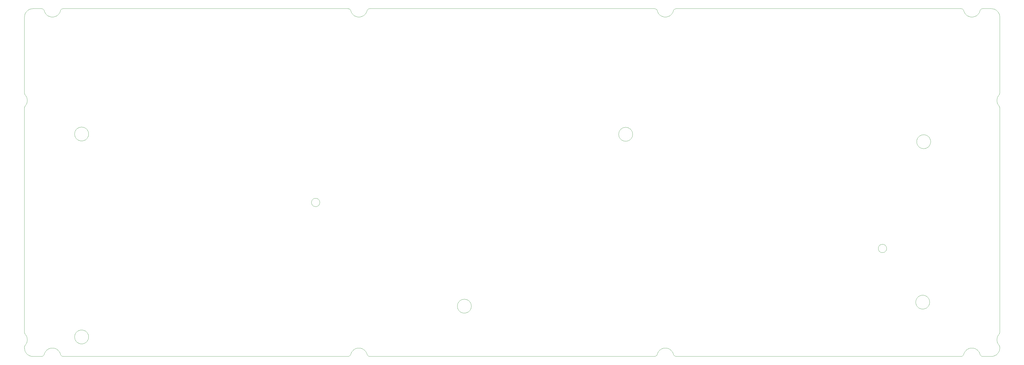
<source format=gm1>
G04*
G04 #@! TF.GenerationSoftware,Altium Limited,Altium Designer,23.6.0 (18)*
G04*
G04 Layer_Color=16711935*
%FSLAX25Y25*%
%MOIN*%
G70*
G04*
G04 #@! TF.SameCoordinates,641307AF-980C-49FC-99E6-95A709EC4BFD*
G04*
G04*
G04 #@! TF.FilePolarity,Positive*
G04*
G01*
G75*
%ADD88C,0.00050*%
D88*
X-117569Y-290207D02*
X-117654Y-289209D01*
X-117906Y-288239D01*
X-118319Y-287327D01*
X-118880Y-286497D01*
X-119573Y-285774D01*
X-120378Y-285178D01*
X-121273Y-284727D01*
X-122230Y-284434D01*
X-123224Y-284307D01*
X-124224Y-284349D01*
X-125204Y-284560D01*
X-126133Y-284933D01*
X-126986Y-285459D01*
X-127738Y-286120D01*
X-128367Y-286900D01*
X-128856Y-287774D01*
X-129189Y-288719D01*
X-129359Y-289706D01*
Y-290707D01*
X-129189Y-291695D01*
X-128856Y-292639D01*
X-128367Y-293514D01*
X-127738Y-294293D01*
X-126986Y-294955D01*
X-126133Y-295480D01*
X-125204Y-295853D01*
X-124224Y-296064D01*
X-123224Y-296107D01*
X-122230Y-295980D01*
X-121273Y-295686D01*
X-120378Y-295235D01*
X-119573Y-294640D01*
X-118880Y-293917D01*
X-118319Y-293087D01*
X-117906Y-292174D01*
X-117654Y-291205D01*
X-117569Y-290207D01*
X-918652Y-225049D02*
X-918736Y-224051D01*
X-918989Y-223082D01*
X-919401Y-222169D01*
X-919962Y-221339D01*
X-920656Y-220616D01*
X-921461Y-220021D01*
X-922355Y-219569D01*
X-923313Y-219276D01*
X-924306Y-219149D01*
X-925307Y-219192D01*
X-926286Y-219403D01*
X-927216Y-219776D01*
X-928069Y-220301D01*
X-928821Y-220963D01*
X-929450Y-221742D01*
X-929938Y-222617D01*
X-930272Y-223561D01*
X-930441Y-224548D01*
Y-225550D01*
X-930272Y-226537D01*
X-929938Y-227482D01*
X-929450Y-228356D01*
X-928821Y-229135D01*
X-928069Y-229797D01*
X-927216Y-230322D01*
X-926286Y-230696D01*
X-925307Y-230907D01*
X-924306Y-230949D01*
X-923313Y-230822D01*
X-922355Y-230529D01*
X-921461Y-230078D01*
X-920656Y-229482D01*
X-919962Y-228759D01*
X-919401Y-227929D01*
X-918989Y-227017D01*
X-918736Y-226047D01*
X-918652Y-225049D01*
X-56717Y-366191D02*
X-56768Y-365195D01*
X-56919Y-364210D01*
X-57169Y-363245D01*
X-57515Y-362310D01*
X-57954Y-361414D01*
X-58482Y-360568D01*
X-59092Y-359780D01*
X-59779Y-359057D01*
X-60535Y-358408D01*
X-61354Y-357838D01*
X-62226Y-357354D01*
X-63142Y-356961D01*
X-64093Y-356663D01*
X-65070Y-356462D01*
X-66062Y-356361D01*
X-67059D01*
X-68050Y-356462D01*
X-69027Y-356663D01*
X-69978Y-356961D01*
X-70895Y-357354D01*
X-71766Y-357838D01*
X-72585Y-358408D01*
X-73341Y-359057D01*
X-74028Y-359780D01*
X-74638Y-360568D01*
X-75166Y-361414D01*
X-75605Y-362310D01*
X-75951Y-363245D01*
X-76201Y-364210D01*
X-76352Y-365195D01*
X-76403Y-366191D01*
X-76352Y-367187D01*
X-76201Y-368172D01*
X-75951Y-369137D01*
X-75605Y-370072D01*
X-75166Y-370968D01*
X-74638Y-371814D01*
X-74028Y-372602D01*
X-73341Y-373325D01*
X-72585Y-373974D01*
X-71766Y-374544D01*
X-70895Y-375028D01*
X-69978Y-375421D01*
X-69027Y-375719D01*
X-68050Y-375920D01*
X-67058Y-376021D01*
X-66062D01*
X-65070Y-375920D01*
X-64093Y-375719D01*
X-63142Y-375421D01*
X-62225Y-375028D01*
X-61354Y-374544D01*
X-60535Y-373974D01*
X-59779Y-373325D01*
X-59092Y-372602D01*
X-58482Y-371814D01*
X-57954Y-370968D01*
X-57515Y-370072D01*
X-57169Y-369137D01*
X-56919Y-368172D01*
X-56768Y-367187D01*
X-56717Y-366191D01*
X-55315Y-139026D02*
X-55366Y-138030D01*
X-55516Y-137044D01*
X-55766Y-136079D01*
X-56113Y-135144D01*
X-56552Y-134249D01*
X-57079Y-133403D01*
X-57689Y-132614D01*
X-58376Y-131892D01*
X-59133Y-131242D01*
X-59951Y-130673D01*
X-60823Y-130189D01*
X-61739Y-129796D01*
X-62690Y-129497D01*
X-63667Y-129297D01*
X-64659Y-129196D01*
X-65656D01*
X-66648Y-129297D01*
X-67624Y-129497D01*
X-68576Y-129796D01*
X-69492Y-130189D01*
X-70364Y-130673D01*
X-71182Y-131242D01*
X-71939Y-131892D01*
X-72626Y-132614D01*
X-73236Y-133403D01*
X-73763Y-134249D01*
X-74202Y-135144D01*
X-74549Y-136079D01*
X-74799Y-137044D01*
X-74950Y-138030D01*
X-75000Y-139026D01*
X-74950Y-140021D01*
X-74799Y-141007D01*
X-74549Y-141972D01*
X-74202Y-142907D01*
X-73763Y-143802D01*
X-73236Y-144648D01*
X-72626Y-145437D01*
X-71939Y-146159D01*
X-71182Y-146809D01*
X-70364Y-147378D01*
X-69492Y-147862D01*
X-68576Y-148255D01*
X-67624Y-148554D01*
X-66648Y-148755D01*
X-65656Y-148855D01*
X-64659D01*
X-63667Y-148755D01*
X-62690Y-148554D01*
X-61739Y-148255D01*
X-60823Y-147862D01*
X-59951Y-147378D01*
X-59133Y-146809D01*
X-58376Y-146159D01*
X-57689Y-145437D01*
X-57079Y-144648D01*
X-56552Y-143802D01*
X-56113Y-142907D01*
X-55766Y-141972D01*
X-55516Y-141007D01*
X-55366Y-140021D01*
X-55315Y-139026D01*
X-1245522Y-128199D02*
X-1245572Y-127203D01*
X-1245723Y-126217D01*
X-1245973Y-125252D01*
X-1246319Y-124317D01*
X-1246758Y-123422D01*
X-1247286Y-122576D01*
X-1247896Y-121788D01*
X-1248583Y-121065D01*
X-1249339Y-120416D01*
X-1250158Y-119846D01*
X-1251030Y-119362D01*
X-1251946Y-118969D01*
X-1252897Y-118670D01*
X-1253874Y-118470D01*
X-1254866Y-118369D01*
X-1255863D01*
X-1256855Y-118470D01*
X-1257831Y-118670D01*
X-1258782Y-118969D01*
X-1259699Y-119362D01*
X-1260571Y-119846D01*
X-1261389Y-120416D01*
X-1262145Y-121065D01*
X-1262832Y-121788D01*
X-1263443Y-122576D01*
X-1263970Y-123422D01*
X-1264409Y-124317D01*
X-1264755Y-125252D01*
X-1265005Y-126217D01*
X-1265156Y-127203D01*
X-1265207Y-128199D01*
X-1265156Y-129195D01*
X-1265005Y-130180D01*
X-1264755Y-131145D01*
X-1264409Y-132080D01*
X-1263970Y-132975D01*
X-1263443Y-133822D01*
X-1262832Y-134610D01*
X-1262145Y-135333D01*
X-1261389Y-135982D01*
X-1260571Y-136552D01*
X-1259699Y-137036D01*
X-1258782Y-137429D01*
X-1257831Y-137727D01*
X-1256855Y-137928D01*
X-1255863Y-138029D01*
X-1254866D01*
X-1253874Y-137928D01*
X-1252897Y-137727D01*
X-1251946Y-137429D01*
X-1251030Y-137036D01*
X-1250158Y-136552D01*
X-1249339Y-135982D01*
X-1248583Y-135333D01*
X-1247896Y-134610D01*
X-1247286Y-133821D01*
X-1246758Y-132975D01*
X-1246319Y-132080D01*
X-1245973Y-131145D01*
X-1245723Y-130180D01*
X-1245572Y-129194D01*
X-1245522Y-128199D01*
Y-415404D02*
X-1245572Y-414408D01*
X-1245723Y-413422D01*
X-1245973Y-412457D01*
X-1246319Y-411522D01*
X-1246758Y-410627D01*
X-1247286Y-409781D01*
X-1247896Y-408992D01*
X-1248583Y-408270D01*
X-1249339Y-407620D01*
X-1250158Y-407051D01*
X-1251030Y-406567D01*
X-1251946Y-406174D01*
X-1252897Y-405875D01*
X-1253874Y-405675D01*
X-1254866Y-405574D01*
X-1255863D01*
X-1256855Y-405675D01*
X-1257831Y-405875D01*
X-1258782Y-406174D01*
X-1259699Y-406567D01*
X-1260571Y-407051D01*
X-1261389Y-407620D01*
X-1262145Y-408270D01*
X-1262832Y-408992D01*
X-1263443Y-409781D01*
X-1263970Y-410627D01*
X-1264409Y-411522D01*
X-1264755Y-412457D01*
X-1265005Y-413422D01*
X-1265156Y-414408D01*
X-1265207Y-415404D01*
X-1265156Y-416399D01*
X-1265005Y-417385D01*
X-1264755Y-418350D01*
X-1264409Y-419285D01*
X-1263970Y-420180D01*
X-1263443Y-421026D01*
X-1262832Y-421815D01*
X-1262145Y-422537D01*
X-1261389Y-423187D01*
X-1260571Y-423756D01*
X-1259699Y-424240D01*
X-1258782Y-424633D01*
X-1257831Y-424932D01*
X-1256855Y-425133D01*
X-1255863Y-425233D01*
X-1254866D01*
X-1253874Y-425133D01*
X-1252897Y-424932D01*
X-1251946Y-424633D01*
X-1251030Y-424240D01*
X-1250158Y-423756D01*
X-1249339Y-423187D01*
X-1248583Y-422537D01*
X-1247896Y-421815D01*
X-1247286Y-421026D01*
X-1246758Y-420180D01*
X-1246319Y-419285D01*
X-1245973Y-418350D01*
X-1245723Y-417385D01*
X-1245572Y-416399D01*
X-1245522Y-415404D01*
X-476575Y-128593D02*
X-476625Y-127597D01*
X-476776Y-126611D01*
X-477026Y-125646D01*
X-477373Y-124711D01*
X-477811Y-123816D01*
X-478339Y-122970D01*
X-478949Y-122181D01*
X-479636Y-121459D01*
X-480393Y-120809D01*
X-481211Y-120240D01*
X-482083Y-119756D01*
X-482999Y-119363D01*
X-483950Y-119064D01*
X-484927Y-118863D01*
X-485919Y-118763D01*
X-486916D01*
X-487908Y-118863D01*
X-488884Y-119064D01*
X-489836Y-119363D01*
X-490752Y-119756D01*
X-491624Y-120240D01*
X-492442Y-120809D01*
X-493198Y-121459D01*
X-493885Y-122181D01*
X-494496Y-122970D01*
X-495023Y-123816D01*
X-495462Y-124711D01*
X-495809Y-125646D01*
X-496058Y-126611D01*
X-496209Y-127597D01*
X-496260Y-128593D01*
X-496209Y-129588D01*
X-496058Y-130574D01*
X-495808Y-131539D01*
X-495462Y-132474D01*
X-495023Y-133369D01*
X-494496Y-134215D01*
X-493885Y-135004D01*
X-493198Y-135726D01*
X-492442Y-136376D01*
X-491624Y-136945D01*
X-490752Y-137429D01*
X-489836Y-137822D01*
X-488884Y-138121D01*
X-487908Y-138321D01*
X-486916Y-138422D01*
X-485919D01*
X-484927Y-138321D01*
X-483950Y-138121D01*
X-482999Y-137822D01*
X-482083Y-137429D01*
X-481211Y-136945D01*
X-480393Y-136376D01*
X-479636Y-135726D01*
X-478949Y-135004D01*
X-478339Y-134215D01*
X-477811Y-133369D01*
X-477373Y-132474D01*
X-477026Y-131539D01*
X-476776Y-130574D01*
X-476625Y-129588D01*
X-476575Y-128593D01*
X-704577Y-371900D02*
X-704627Y-370904D01*
X-704778Y-369918D01*
X-705028Y-368953D01*
X-705374Y-368018D01*
X-705814Y-367123D01*
X-706341Y-366277D01*
X-706951Y-365489D01*
X-707638Y-364766D01*
X-708395Y-364116D01*
X-709213Y-363547D01*
X-710085Y-363063D01*
X-711001Y-362670D01*
X-711952Y-362371D01*
X-712929Y-362171D01*
X-713921Y-362070D01*
X-714918D01*
X-715910Y-362171D01*
X-716886Y-362371D01*
X-717838Y-362670D01*
X-718754Y-363063D01*
X-719626Y-363547D01*
X-720444Y-364116D01*
X-721201Y-364766D01*
X-721887Y-365489D01*
X-722498Y-366277D01*
X-723025Y-367123D01*
X-723464Y-368018D01*
X-723810Y-368953D01*
X-724060Y-369918D01*
X-724211Y-370904D01*
X-724262Y-371900D01*
X-724211Y-372895D01*
X-724060Y-373881D01*
X-723810Y-374846D01*
X-723464Y-375781D01*
X-723025Y-376676D01*
X-722498Y-377522D01*
X-721887Y-378311D01*
X-721201Y-379033D01*
X-720444Y-379683D01*
X-719626Y-380252D01*
X-718754Y-380736D01*
X-717838Y-381130D01*
X-716886Y-381428D01*
X-715910Y-381629D01*
X-714918Y-381730D01*
X-713921D01*
X-712929Y-381629D01*
X-711952Y-381428D01*
X-711001Y-381129D01*
X-710085Y-380736D01*
X-709213Y-380252D01*
X-708395Y-379683D01*
X-707638Y-379033D01*
X-706951Y-378311D01*
X-706341Y-377522D01*
X-705814Y-376676D01*
X-705374Y-375781D01*
X-705028Y-374846D01*
X-704778Y-373881D01*
X-704627Y-372895D01*
X-704577Y-371900D01*
X-1336073Y-70292D02*
X-1335959Y-71232D01*
X-1335625Y-72117D01*
X-1335089Y-72896D01*
Y-88521D02*
X-1334457Y-87740D01*
X-1333894Y-86909D01*
X-1333404Y-86033D01*
X-1332990Y-85118D01*
X-1332655Y-84172D01*
X-1332402Y-83200D01*
X-1332232Y-82211D01*
X-1332146Y-81211D01*
Y-80207D01*
X-1332232Y-79206D01*
X-1332402Y-78217D01*
X-1332655Y-77245D01*
X-1332990Y-76299D01*
X-1333404Y-75384D01*
X-1333894Y-74508D01*
X-1334457Y-73677D01*
X-1335089Y-72896D01*
Y-88521D02*
X-1335625Y-89301D01*
X-1335959Y-90186D01*
X-1336073Y-91125D01*
Y-408924D02*
X-1335959Y-409864D01*
X-1335625Y-410749D01*
X-1335089Y-411528D01*
Y-427153D02*
X-1334457Y-426372D01*
X-1333894Y-425541D01*
X-1333404Y-424665D01*
X-1332990Y-423750D01*
X-1332655Y-422804D01*
X-1332402Y-421832D01*
X-1332232Y-420843D01*
X-1332146Y-419842D01*
Y-418839D01*
X-1332232Y-417838D01*
X-1332402Y-416849D01*
X-1332655Y-415877D01*
X-1332990Y-414931D01*
X-1333404Y-414016D01*
X-1333894Y-413140D01*
X-1334457Y-412309D01*
X-1335089Y-411528D01*
Y-427153D02*
X-1335625Y-427933D01*
X-1335959Y-428818D01*
X-1336073Y-429757D01*
Y-431152D02*
X-1336032Y-432127D01*
X-1335912Y-433096D01*
X-1335711Y-434051D01*
X-1335433Y-434987D01*
X-1335078Y-435896D01*
X-1334649Y-436773D01*
X-1334150Y-437612D01*
X-1333582Y-438406D01*
X-1332952Y-439151D01*
X-1332261Y-439841D01*
X-1331516Y-440472D01*
X-1330722Y-441039D01*
X-1329883Y-441539D01*
X-1329006Y-441968D01*
X-1328097Y-442323D01*
X-1327161Y-442601D01*
X-1326206Y-442802D01*
X-1325237Y-442922D01*
X-1324262Y-442963D01*
X-1311951Y-442963D02*
X-1310925Y-442827D01*
X-1309970Y-442428D01*
X-1309152Y-441794D01*
X-1308527Y-440969D01*
X-1308139Y-440010D01*
X-1285267D02*
X-1285559Y-439049D01*
X-1285932Y-438117D01*
X-1286382Y-437219D01*
X-1286907Y-436364D01*
X-1287503Y-435555D01*
X-1288165Y-434801D01*
X-1288890Y-434105D01*
X-1289670Y-433473D01*
X-1290501Y-432910D01*
X-1291378Y-432420D01*
X-1292292Y-432006D01*
X-1293239Y-431671D01*
X-1294211Y-431418D01*
X-1295200Y-431248D01*
X-1296201Y-431162D01*
X-1297205D01*
X-1298205Y-431248D01*
X-1299195Y-431418D01*
X-1300167Y-431671D01*
X-1301113Y-432006D01*
X-1302028Y-432420D01*
X-1302904Y-432910D01*
X-1303735Y-433473D01*
X-1304516Y-434105D01*
X-1305240Y-434801D01*
X-1305902Y-435555D01*
X-1306498Y-436364D01*
X-1307023Y-437219D01*
X-1307474Y-438117D01*
X-1307847Y-439049D01*
X-1308139Y-440010D01*
X-1285267Y-440010D02*
X-1284879Y-440969D01*
X-1284254Y-441794D01*
X-1283436Y-442428D01*
X-1282481Y-442827D01*
X-1281455Y-442963D01*
X-878734D02*
X-877708Y-442827D01*
X-876753Y-442428D01*
X-875934Y-441794D01*
X-875310Y-440969D01*
X-874922Y-440010D01*
X-852050D02*
X-852342Y-439049D01*
X-852714Y-438117D01*
X-853165Y-437219D01*
X-853690Y-436364D01*
X-854286Y-435555D01*
X-854948Y-434801D01*
X-855672Y-434105D01*
X-856453Y-433473D01*
X-857284Y-432910D01*
X-858160Y-432420D01*
X-859075Y-432006D01*
X-860022Y-431671D01*
X-860993Y-431418D01*
X-861983Y-431248D01*
X-862984Y-431162D01*
X-863988D01*
X-864988Y-431248D01*
X-865978Y-431418D01*
X-866949Y-431671D01*
X-867896Y-432006D01*
X-868811Y-432420D01*
X-869687Y-432910D01*
X-870518Y-433473D01*
X-871299Y-434105D01*
X-872023Y-434801D01*
X-872685Y-435555D01*
X-873281Y-436364D01*
X-873806Y-437219D01*
X-874257Y-438117D01*
X-874629Y-439049D01*
X-874922Y-440010D01*
X-852050Y-440010D02*
X-851661Y-440969D01*
X-851037Y-441794D01*
X-850218Y-442428D01*
X-849263Y-442827D01*
X-848238Y-442963D01*
X-445514D02*
X-444488Y-442827D01*
X-443533Y-442428D01*
X-442715Y-441794D01*
X-442091Y-440969D01*
X-441702Y-440010D01*
X-418830D02*
X-419123Y-439049D01*
X-419495Y-438117D01*
X-419946Y-437219D01*
X-420471Y-436364D01*
X-421067Y-435555D01*
X-421729Y-434801D01*
X-422453Y-434105D01*
X-423234Y-433473D01*
X-424065Y-432910D01*
X-424941Y-432420D01*
X-425856Y-432006D01*
X-426803Y-431671D01*
X-427774Y-431418D01*
X-428764Y-431248D01*
X-429764Y-431162D01*
X-430768D01*
X-431769Y-431248D01*
X-432759Y-431418D01*
X-433730Y-431671D01*
X-434677Y-432006D01*
X-435591Y-432420D01*
X-436468Y-432910D01*
X-437299Y-433473D01*
X-438080Y-434105D01*
X-438804Y-434801D01*
X-439466Y-435555D01*
X-440062Y-436364D01*
X-440587Y-437219D01*
X-441038Y-438117D01*
X-441410Y-439049D01*
X-441702Y-440010D01*
X-418830Y-440010D02*
X-418442Y-440969D01*
X-417817Y-441794D01*
X-416999Y-442428D01*
X-416044Y-442827D01*
X-415018Y-442963D01*
X-12295D02*
X-11269Y-442827D01*
X-10314Y-442428D01*
X-9496Y-441794D01*
X-8871Y-440969D01*
X-8483Y-440010D01*
X14389D02*
X14097Y-439049D01*
X13724Y-438117D01*
X13273Y-437219D01*
X12748Y-436364D01*
X12152Y-435555D01*
X11490Y-434801D01*
X10766Y-434105D01*
X9985Y-433473D01*
X9154Y-432910D01*
X8278Y-432420D01*
X7363Y-432006D01*
X6417Y-431671D01*
X5445Y-431418D01*
X4455Y-431248D01*
X3455Y-431162D01*
X2451D01*
X1450Y-431248D01*
X461Y-431418D01*
X-511Y-431671D01*
X-1458Y-432006D01*
X-2372Y-432420D01*
X-3249Y-432910D01*
X-4080Y-433473D01*
X-4860Y-434105D01*
X-5584Y-434801D01*
X-6247Y-435555D01*
X-6843Y-436364D01*
X-7368Y-437219D01*
X-7818Y-438117D01*
X-8191Y-439049D01*
X-8483Y-440010D01*
X14389Y-440010D02*
X14777Y-440969D01*
X15402Y-441794D01*
X16220Y-442428D01*
X17175Y-442827D01*
X18201Y-442963D01*
X30512D02*
X31487Y-442922D01*
X32456Y-442802D01*
X33411Y-442601D01*
X34347Y-442323D01*
X35256Y-441968D01*
X36133Y-441539D01*
X36972Y-441039D01*
X37766Y-440472D01*
X38511Y-439841D01*
X39202Y-439151D01*
X39832Y-438406D01*
X40400Y-437612D01*
X40899Y-436773D01*
X41328Y-435896D01*
X41683Y-434987D01*
X41961Y-434051D01*
X42162Y-433096D01*
X42283Y-432127D01*
X42323Y-431152D01*
Y-429757D02*
X42209Y-428818D01*
X41875Y-427933D01*
X41339Y-427153D01*
Y-411528D02*
X40707Y-412309D01*
X40144Y-413140D01*
X39654Y-414016D01*
X39240Y-414931D01*
X38905Y-415877D01*
X38652Y-416849D01*
X38482Y-417838D01*
X38396Y-418839D01*
Y-419842D01*
X38482Y-420843D01*
X38652Y-421832D01*
X38905Y-422804D01*
X39240Y-423750D01*
X39654Y-424665D01*
X40144Y-425541D01*
X40707Y-426372D01*
X41339Y-427153D01*
Y-411528D02*
X41875Y-410749D01*
X42209Y-409864D01*
X42323Y-408924D01*
Y-91125D02*
X42209Y-90186D01*
X41875Y-89301D01*
X41339Y-88521D01*
Y-72896D02*
X40707Y-73677D01*
X40144Y-74508D01*
X39654Y-75384D01*
X39240Y-76299D01*
X38905Y-77245D01*
X38652Y-78217D01*
X38482Y-79206D01*
X38396Y-80207D01*
Y-81211D01*
X38482Y-82211D01*
X38652Y-83201D01*
X38905Y-84172D01*
X39240Y-85118D01*
X39654Y-86033D01*
X40144Y-86909D01*
X40707Y-87740D01*
X41339Y-88521D01*
Y-72896D02*
X41875Y-72117D01*
X42209Y-71232D01*
X42323Y-70292D01*
X42323Y37402D02*
X42283Y38377D01*
X42162Y39346D01*
X41961Y40301D01*
X41683Y41237D01*
X41328Y42146D01*
X40899Y43023D01*
X40400Y43862D01*
X39832Y44656D01*
X39202Y45401D01*
X38511Y46091D01*
X37766Y46722D01*
X36972Y47289D01*
X36133Y47789D01*
X35256Y48218D01*
X34347Y48573D01*
X33411Y48851D01*
X32456Y49051D01*
X31487Y49172D01*
X30512Y49213D01*
X18201Y49213D02*
X17175Y49077D01*
X16220Y48678D01*
X15402Y48044D01*
X14777Y47219D01*
X14389Y46260D01*
X-8483Y46260D02*
X-8191Y45299D01*
X-7818Y44367D01*
X-7368Y43469D01*
X-6843Y42614D01*
X-6247Y41805D01*
X-5584Y41051D01*
X-4860Y40355D01*
X-4080Y39724D01*
X-3249Y39160D01*
X-2372Y38670D01*
X-1457Y38256D01*
X-511Y37921D01*
X461Y37668D01*
X1450Y37497D01*
X2451Y37412D01*
X3455D01*
X4455Y37497D01*
X5445Y37668D01*
X6417Y37921D01*
X7363Y38256D01*
X8278Y38670D01*
X9154Y39160D01*
X9985Y39724D01*
X10766Y40355D01*
X11490Y41051D01*
X12152Y41805D01*
X12748Y42614D01*
X13273Y43469D01*
X13724Y44367D01*
X14097Y45299D01*
X14389Y46260D01*
X-8483Y46260D02*
X-8871Y47219D01*
X-9496Y48044D01*
X-10314Y48678D01*
X-11269Y49077D01*
X-12295Y49213D01*
X-415018D02*
X-416044Y49077D01*
X-416999Y48678D01*
X-417817Y48044D01*
X-418442Y47219D01*
X-418830Y46260D01*
X-441702Y46260D02*
X-441410Y45299D01*
X-441038Y44367D01*
X-440587Y43469D01*
X-440062Y42614D01*
X-439466Y41805D01*
X-438804Y41051D01*
X-438080Y40355D01*
X-437299Y39724D01*
X-436468Y39160D01*
X-435591Y38670D01*
X-434677Y38256D01*
X-433730Y37921D01*
X-432759Y37668D01*
X-431769Y37497D01*
X-430768Y37412D01*
X-429764D01*
X-428764Y37497D01*
X-427774Y37668D01*
X-426803Y37921D01*
X-425856Y38256D01*
X-424941Y38670D01*
X-424065Y39160D01*
X-423234Y39724D01*
X-422453Y40355D01*
X-421729Y41051D01*
X-421067Y41805D01*
X-420471Y42614D01*
X-419946Y43469D01*
X-419495Y44367D01*
X-419123Y45299D01*
X-418830Y46260D01*
X-441702Y46260D02*
X-442091Y47219D01*
X-442715Y48044D01*
X-443533Y48678D01*
X-444488Y49077D01*
X-445514Y49213D01*
X-848238D02*
X-849263Y49077D01*
X-850218Y48678D01*
X-851037Y48044D01*
X-851661Y47219D01*
X-852050Y46260D01*
X-874922Y46260D02*
X-874629Y45299D01*
X-874257Y44367D01*
X-873806Y43469D01*
X-873281Y42614D01*
X-872685Y41805D01*
X-872023Y41051D01*
X-871299Y40355D01*
X-870518Y39724D01*
X-869687Y39160D01*
X-868811Y38670D01*
X-867896Y38256D01*
X-866949Y37921D01*
X-865978Y37668D01*
X-864988Y37497D01*
X-863988Y37412D01*
X-862984D01*
X-861983Y37497D01*
X-860993Y37668D01*
X-860022Y37921D01*
X-859075Y38256D01*
X-858161Y38670D01*
X-857284Y39160D01*
X-856453Y39724D01*
X-855672Y40355D01*
X-854948Y41051D01*
X-854286Y41805D01*
X-853690Y42614D01*
X-853165Y43469D01*
X-852714Y44367D01*
X-852342Y45299D01*
X-852050Y46260D01*
X-874922Y46260D02*
X-875310Y47219D01*
X-875934Y48044D01*
X-876753Y48678D01*
X-877708Y49077D01*
X-878734Y49213D01*
X-1281455D02*
X-1282481Y49077D01*
X-1283436Y48678D01*
X-1284254Y48044D01*
X-1284879Y47219D01*
X-1285267Y46260D01*
X-1308139Y46260D02*
X-1307847Y45299D01*
X-1307474Y44367D01*
X-1307023Y43469D01*
X-1306498Y42614D01*
X-1305902Y41805D01*
X-1305240Y41051D01*
X-1304516Y40355D01*
X-1303735Y39724D01*
X-1302904Y39160D01*
X-1302028Y38670D01*
X-1301113Y38256D01*
X-1300167Y37921D01*
X-1299195Y37668D01*
X-1298205Y37497D01*
X-1297205Y37412D01*
X-1296201D01*
X-1295200Y37497D01*
X-1294211Y37668D01*
X-1293239Y37921D01*
X-1292292Y38256D01*
X-1291378Y38670D01*
X-1290502Y39160D01*
X-1289670Y39724D01*
X-1288890Y40355D01*
X-1288165Y41051D01*
X-1287503Y41805D01*
X-1286907Y42614D01*
X-1286382Y43469D01*
X-1285932Y44367D01*
X-1285559Y45299D01*
X-1285267Y46260D01*
X-1308139Y46260D02*
X-1308527Y47219D01*
X-1309152Y48044D01*
X-1309970Y48678D01*
X-1310925Y49077D01*
X-1311951Y49213D01*
X-1324262Y49213D02*
X-1325237Y49172D01*
X-1326206Y49051D01*
X-1327161Y48851D01*
X-1328097Y48573D01*
X-1329006Y48218D01*
X-1329883Y47789D01*
X-1330722Y47289D01*
X-1331516Y46722D01*
X-1332261Y46091D01*
X-1332952Y45401D01*
X-1333582Y44656D01*
X-1334150Y43862D01*
X-1334649Y43023D01*
X-1335078Y42146D01*
X-1335433Y41237D01*
X-1335711Y40301D01*
X-1335912Y39346D01*
X-1336032Y38377D01*
X-1336073Y37402D01*
Y-70292D02*
Y37402D01*
Y-408924D02*
Y-91125D01*
Y-431152D02*
Y-429757D01*
X-1324262Y-442963D02*
X-1311951D01*
X-1281455D02*
X-878734D01*
X-848238D02*
X-445514D01*
X-415018D02*
X-12295D01*
X18201D02*
X30512D01*
X42323Y-431152D02*
Y-429757D01*
Y-408924D02*
Y-91125D01*
Y-70292D02*
Y37402D01*
X18201Y49213D02*
X30512D01*
X-415018D02*
X-12295D01*
X-848238D02*
X-445514D01*
X-1281455D02*
X-878734D01*
X-1324262D02*
X-1311951D01*
M02*

</source>
